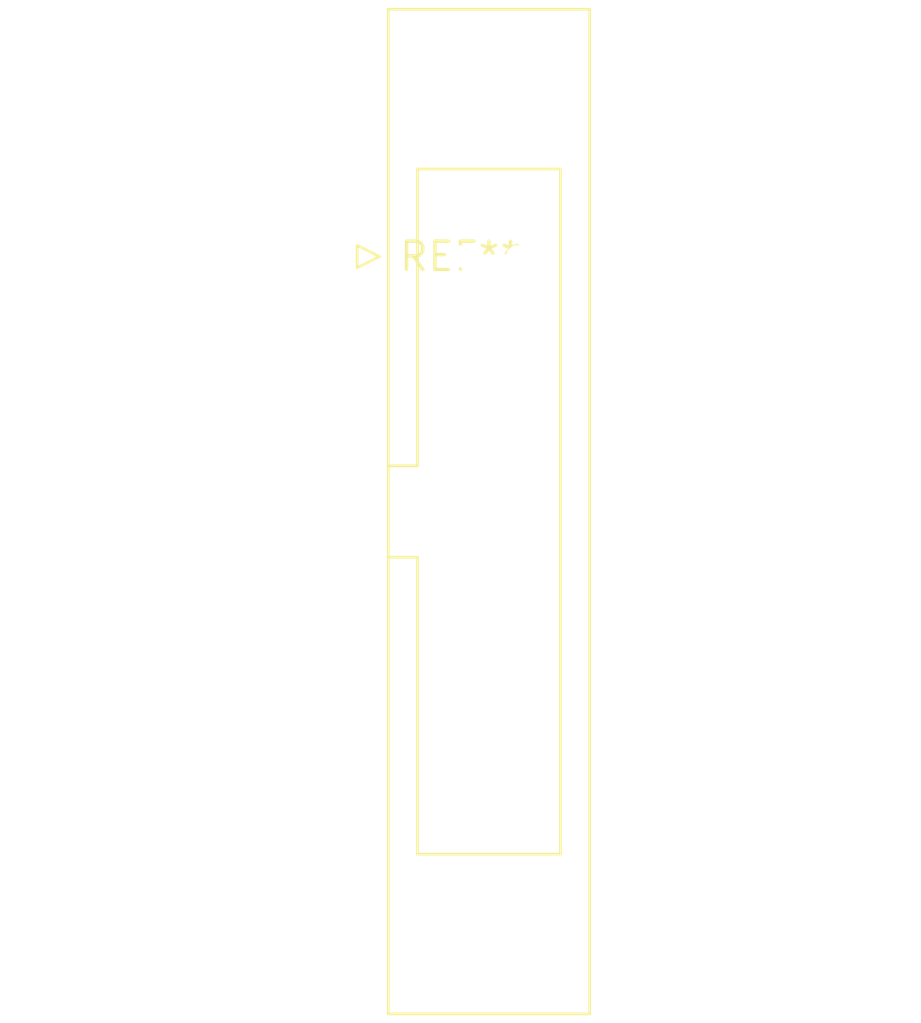
<source format=kicad_pcb>
(kicad_pcb (version 20240108) (generator pcbnew)
  (layers (0 "F.Cu" signal) (31 "B.Cu" signal) (34 "B.Paste" user) (35 "F.Paste" user) (36 "B.SilkS" user "B.Silkscreen") (37 "F.SilkS" user "F.Silkscreen") (38 "B.Mask" user) (39 "F.Mask" user) (44 "Edge.Cuts" user))
  (net 0 "")
  (footprint "IDC-Header_2x10_P2.54mm_Latch_Vertical" (layer "F.Cu") (at 0 0)
    (property "Reference" "REF**")
    (property "Value" "IDC-Header_2x10_P2.54mm_Latch_Vertical")
    (fp_line (start -4.63 -0.5) (end -4.63 0.5) (layer "F.SilkS") (stroke (width 0.12)))
    (fp_line (start -4.63 0.5) (end -3.63 0) (layer "F.SilkS") (stroke (width 0.12)))
    (fp_line (start -3.63 0) (end -4.63 -0.5) (layer "F.SilkS") (stroke (width 0.12)))
    (fp_line (start -3.24 -11.08) (end 5.78 -11.08) (layer "F.SilkS") (stroke (width 0.12)))
    (fp_line (start -3.24 9.38) (end -1.93 9.38) (layer "F.SilkS") (stroke (width 0.12)))
    (fp_line (start -3.24 33.94) (end -3.24 -11.08) (layer "F.SilkS") (stroke (width 0.12)))
    (fp_line (start -1.93 -3.92) (end 4.47 -3.92) (layer "F.SilkS") (stroke (width 0.12)))
    (fp_line (start -1.93 9.38) (end -1.93 -3.92) (layer "F.SilkS") (stroke (width 0.12)))
    (fp_line (start -1.93 13.48) (end -3.24 13.48) (layer "F.SilkS") (stroke (width 0.12)))
    (fp_line (start -1.93 13.48) (end -1.93 13.48) (layer "F.SilkS") (stroke (width 0.12)))
    (fp_line (start -1.93 26.78) (end -1.93 13.48) (layer "F.SilkS") (stroke (width 0.12)))
    (fp_line (start 4.47 -3.92) (end 4.47 26.78) (layer "F.SilkS") (stroke (width 0.12)))
    (fp_line (start 4.47 26.78) (end -1.93 26.78) (layer "F.SilkS") (stroke (width 0.12)))
    (fp_line (start 5.78 -11.08) (end 5.78 33.94) (layer "F.SilkS") (stroke (width 0.12)))
    (fp_line (start 5.78 33.94) (end -3.24 33.94) (layer "F.SilkS") (stroke (width 0.12)))
    (pad "1" thru_hole roundrect (at 0 0) (size 1.7 1.7) (drill 1) (layers *.Cu *.Mask) (remove_unused_layers) (roundrect_rratio 0.147059))
    (pad "2" thru_hole circle (at 2.54 0) (size 1.7 1.7) (drill 1) (layers *.Cu *.Mask) (remove_unused_layers))
    (pad "3" thru_hole circle (at 0 2.54) (size 1.7 1.7) (drill 1) (layers *.Cu *.Mask) (remove_unused_layers))
    (pad "4" thru_hole circle (at 2.54 2.54) (size 1.7 1.7) (drill 1) (layers *.Cu *.Mask) (remove_unused_layers))
    (pad "5" thru_hole circle (at 0 5.08) (size 1.7 1.7) (drill 1) (layers *.Cu *.Mask) (remove_unused_layers))
    (pad "6" thru_hole circle (at 2.54 5.08) (size 1.7 1.7) (drill 1) (layers *.Cu *.Mask) (remove_unused_layers))
    (pad "7" thru_hole circle (at 0 7.62) (size 1.7 1.7) (drill 1) (layers *.Cu *.Mask) (remove_unused_layers))
    (pad "8" thru_hole circle (at 2.54 7.62) (size 1.7 1.7) (drill 1) (layers *.Cu *.Mask) (remove_unused_layers))
    (pad "9" thru_hole circle (at 0 10.16) (size 1.7 1.7) (drill 1) (layers *.Cu *.Mask) (remove_unused_layers))
    (pad "10" thru_hole circle (at 2.54 10.16) (size 1.7 1.7) (drill 1) (layers *.Cu *.Mask) (remove_unused_layers))
    (pad "11" thru_hole circle (at 0 12.7) (size 1.7 1.7) (drill 1) (layers *.Cu *.Mask) (remove_unused_layers))
    (pad "12" thru_hole circle (at 2.54 12.7) (size 1.7 1.7) (drill 1) (layers *.Cu *.Mask) (remove_unused_layers))
    (pad "13" thru_hole circle (at 0 15.24) (size 1.7 1.7) (drill 1) (layers *.Cu *.Mask) (remove_unused_layers))
    (pad "14" thru_hole circle (at 2.54 15.24) (size 1.7 1.7) (drill 1) (layers *.Cu *.Mask) (remove_unused_layers))
    (pad "15" thru_hole circle (at 0 17.78) (size 1.7 1.7) (drill 1) (layers *.Cu *.Mask) (remove_unused_layers))
    (pad "16" thru_hole circle (at 2.54 17.78) (size 1.7 1.7) (drill 1) (layers *.Cu *.Mask) (remove_unused_layers))
    (pad "17" thru_hole circle (at 0 20.32) (size 1.7 1.7) (drill 1) (layers *.Cu *.Mask) (remove_unused_layers))
    (pad "18" thru_hole circle (at 2.54 20.32) (size 1.7 1.7) (drill 1) (layers *.Cu *.Mask) (remove_unused_layers))
    (pad "19" thru_hole circle (at 0 22.86) (size 1.7 1.7) (drill 1) (layers *.Cu *.Mask) (remove_unused_layers))
    (pad "20" thru_hole circle (at 2.54 22.86) (size 1.7 1.7) (drill 1) (layers *.Cu *.Mask) (remove_unused_layers))
  )
)
</source>
